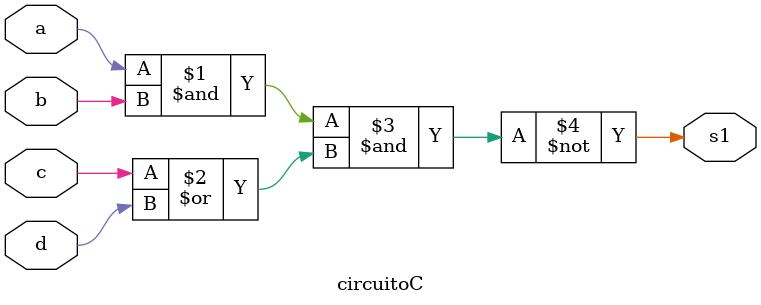
<source format=sv>
module circuitoC (
    input logic a,
    input logic b,
    input logic c,
    input logic d,
    output logic s1
);
assign s1 = ~(a & b &( c | d));

endmodule
</source>
